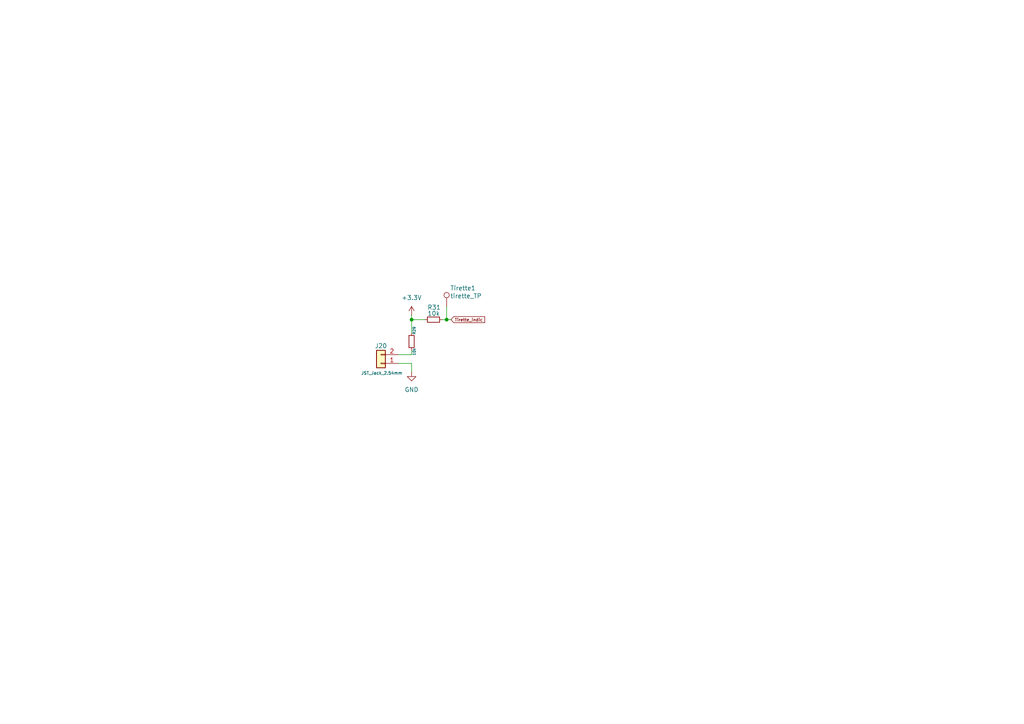
<source format=kicad_sch>
(kicad_sch (version 20250114) (generator "eeschema") (generator_version "9.0")
  (paper "A4")
  (lib_symbols
    (symbol "Connector:TestPoint" (pin_numbers (hide yes)) (pin_names (offset 0.762) (hide yes))
      (property "Reference" "TP" (at 0 6.858 0))
      (property "Value" "TestPoint" (at 0 5.08 0))
      (symbol "TestPoint_0_1"
        (circle (center 0 3.302) (radius 0.762))
      )
      (symbol "TestPoint_1_1"
        (pin passive line (at 0 0 90) (length 2.54) (name "1") (number "1"))
      )
    )
    (symbol "Connector_Generic:Conn_01x02" (pin_names (offset 1.016) (hide yes))
      (property "Reference" "J" (at 0 2.54 0))
      (property "Value" "Conn_01x02" (at 0 -5.08 0))
      (symbol "Conn_01x02_1_1"
        (rectangle (start -1.27 1.27) (end 1.27 -3.81) (stroke (width 0.254)) (fill (type background)))
        (rectangle (start -1.27 0.127) (end 0 -0.127) (stroke (width 0.1524)))
        (rectangle (start -1.27 -2.413) (end 0 -2.667) (stroke (width 0.1524)))
        (pin passive line (at -5.08 0 0) (length 3.81) (name "Pin_1") (number "1"))
        (pin passive line (at -5.08 -2.54 0) (length 3.81) (name "Pin_2") (number "2"))
      )
    )
    (symbol "Device:R_Small" (pin_numbers (hide yes)) (pin_names (offset 0.254) (hide yes))
      (property "Reference" "R" (at 0.762 0.508 0))
      (property "Value" "R_Small" (at 0.762 -1.016 0))
      (symbol "R_Small_0_1"
        (rectangle (start -0.762 1.778) (end 0.762 -1.778) (stroke (width 0.2032)))
      )
      (symbol "R_Small_1_1"
        (pin passive line (at 0 2.54 270) (length 0.762) (name "~") (number "1"))
        (pin passive line (at 0 -2.54 90) (length 0.762) (name "~") (number "2"))
      )
    )
    (symbol "PAMI-Power_Board_specific_symbols:+3.3V" (power) (pin_numbers (hide yes)) (pin_names (offset 0) (hide yes))
      (property "Value" "+3.3V" (at 0 3.556 0))
      (symbol "+3.3V_0_1"
        (polyline (pts (xy -0.762 1.27) (xy 0 2.54)))
        (polyline (pts (xy 0 2.54) (xy 0.762 1.27)))
        (polyline (pts (xy 0 0) (xy 0 2.54)))
      )
      (symbol "+3.3V_1_1"
        (pin power_in line (at 0 0 90) (length 0) (name "~") (number "1"))
      )
    )
    (symbol "power:GND" (power) (pin_numbers (hide yes)) (pin_names (offset 0) (hide yes))
      (property "Value" "GND" (at 0 -3.81 0))
      (symbol "GND_0_1"
        (polyline (pts (xy 0 0) (xy 0 -1.27) (xy 1.27 -1.27) (xy 0 -2.54) (xy -1.27 -1.27) (xy 0 -1.27)))
      )
      (symbol "GND_1_1"
        (pin power_in line (at 0 0 270) (length 0) (name "~") (number "1"))
      )
    )
  )
  (junction (at 129.54 92.71))
  (junction (at 119.38 92.71))
  (wire (pts (xy 115.57 102.87) (xy 119.38 102.87)))
  (wire (pts (xy 129.54 88.9) (xy 129.54 92.71)))
  (wire (pts (xy 119.38 92.71) (xy 123.19 92.71)))
  (wire (pts (xy 119.38 92.71) (xy 119.38 96.52)))
  (wire (pts (xy 119.38 101.6) (xy 119.38 102.87)))
  (wire (pts (xy 119.38 91.44) (xy 119.38 92.71)))
  (wire (pts (xy 129.54 92.71) (xy 130.81 92.71)))
  (wire (pts (xy 119.38 105.41) (xy 119.38 107.95)))
  (wire (pts (xy 128.27 92.71) (xy 129.54 92.71)))
  (wire (pts (xy 115.57 105.41) (xy 119.38 105.41)))
  (global_label "Tirette_indic" (shape input) (at 130.81 92.71 0) (effects (font (size 0.889 0.889))) (property "Intersheetrefs" "${INTERSHEET_REFS}" (effects (hide yes))))
  (symbol (lib_id "Device:R_Small") (at 125.73 92.71 270) (mirror x) (unit 1)
    (property "Reference" "R31" (at 123.952 89.154 90) (effects (justify left)))
    (property "Value" "10k" (at 123.952 90.932 90) (effects (justify left)))
    (property "Footprint" "Resistor_SMD:R_0805_2012Metric_Pad1.20x1.40mm_HandSolder" (effects (hide yes)))
    (property "Description" "Resistor, small symbol" (effects (hide yes)))
  )
  (symbol (lib_id "Connector:TestPoint") (at 129.54 88.9 0) (unit 1)
    (property "Reference" "Tirette1" (at 130.556 83.566 0) (effects (justify left)))
    (property "Value" "tirette_TP" (at 130.556 85.852 0) (effects (justify left)))
    (property "Footprint" "Test_hooks:S275146R" (effects (hide yes)))
    (property "Description" "test point" (effects (hide yes)))
  )
  (symbol (lib_id "power:GND") (at 119.38 107.95 0) (unit 1)
    (property "Reference" "#PWR096" (effects (hide yes)))
    (property "Value" "GND" (at 119.38 113.03 0))
    (property "Description" "Power symbol creates a global label with name \"GND\" , ground" (effects (hide yes)))
  )
  (symbol (lib_id "Device:R_Small") (at 119.38 99.06 0) (mirror y) (unit 1)
    (property "Reference" "R29" (at 120.142 97.028 90) (effects (font (size 0.762 0.762)) (justify left)))
    (property "Value" "10k" (at 120.142 103.124 90) (effects (font (size 0.762 0.762)) (justify left)))
    (property "Footprint" "Resistor_SMD:R_0805_2012Metric_Pad1.20x1.40mm_HandSolder" (effects (hide yes)))
    (property "Description" "Resistor, small symbol" (effects (hide yes)))
  )
  (symbol (lib_id "Connector_Generic:Conn_01x02") (at 110.49 105.41 180) (unit 1)
    (property "Reference" "J20" (at 110.49 100.33 0))
    (property "Value" "JST_Jack_2.54mm" (at 110.744 108.204 0) (effects (font (size 0.889 0.889))))
    (property "Footprint" "Connector_JST:JST_XH_B2B-XH-A_1x02_P2.50mm_Vertical" (effects (hide yes)))
    (property "Description" "Generic connector, single row, 01x02, script generated (kicad-library-utils/schlib/autogen/connector/)" (effects (hide yes)))
  )
  (symbol (lib_id "PAMI-Power_Board_specific_symbols:+3.3V") (at 119.38 91.44 0) (unit 1)
    (property "Reference" "#PWR068" (effects (hide yes)))
    (property "Value" "+3.3V" (at 119.38 86.36 0))
    (property "Description" "Power symbol creates a global label with name \"+3.3V\"" (effects (hide yes)))
  )
)
</source>
